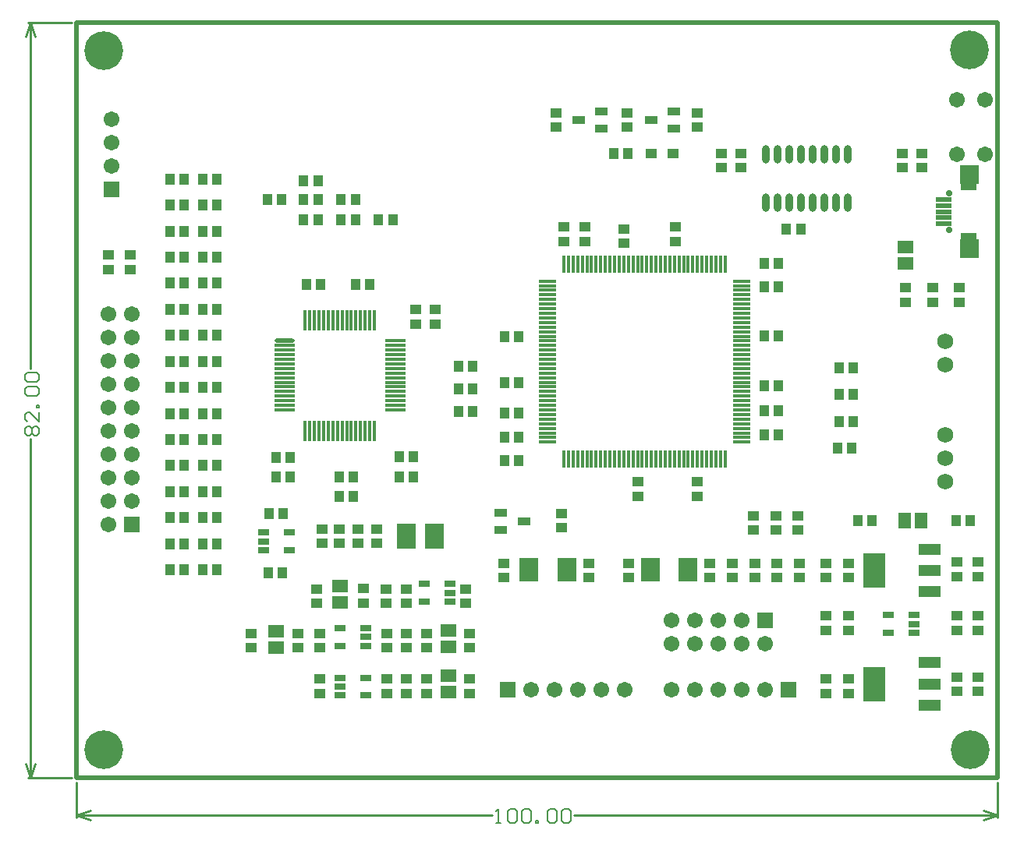
<source format=gts>
G04*
G04 #@! TF.GenerationSoftware,Altium Limited,Altium Designer,18.1.9 (240)*
G04*
G04 Layer_Color=8388736*
%FSLAX24Y24*%
%MOIN*%
G70*
G01*
G75*
%ADD15C,0.0100*%
%ADD17C,0.0200*%
%ADD18C,0.0060*%
%ADD21C,0.0050*%
%ADD44R,0.0466X0.0446*%
%ADD45R,0.0828X0.1025*%
%ADD46R,0.0946X0.0474*%
%ADD47R,0.0946X0.1458*%
%ADD48R,0.0513X0.0316*%
%ADD49O,0.0316X0.0789*%
%ADD50O,0.0749X0.0150*%
%ADD51O,0.0150X0.0749*%
%ADD52R,0.0167X0.0867*%
%ADD53R,0.0867X0.0167*%
%ADD54O,0.0867X0.0167*%
%ADD55C,0.0671*%
%ADD56R,0.0446X0.0466*%
%ADD57R,0.0572X0.0356*%
%ADD58R,0.0690X0.0237*%
%ADD59R,0.0828X0.0789*%
%ADD60R,0.0659X0.0537*%
%ADD61R,0.0474X0.0407*%
%ADD62R,0.0537X0.0659*%
%ADD63R,0.0789X0.1104*%
%ADD64C,0.0680*%
%ADD65R,0.0671X0.0671*%
%ADD66R,0.0671X0.0395*%
%ADD67C,0.0277*%
%ADD68R,0.0671X0.0671*%
%ADD69C,0.1655*%
D15*
X-2150Y600D02*
X-1950Y0D01*
X-1750Y600D01*
X-1950Y32283D02*
X-1750Y31683D01*
X-2150D02*
X-1950Y32283D01*
Y0D02*
Y14472D01*
Y17491D02*
Y32283D01*
X-2050Y0D02*
X-200D01*
X-2050Y32283D02*
X-200D01*
X0Y-1600D02*
X600Y-1400D01*
X0Y-1600D02*
X600Y-1800D01*
X38770D02*
X39370Y-1600D01*
X38770Y-1400D02*
X39370Y-1600D01*
X0D02*
X17766D01*
X21285D02*
X39370D01*
X0Y-1700D02*
Y-200D01*
X39370Y-1700D02*
Y-200D01*
D17*
X0Y0D02*
Y32283D01*
Y0D02*
X39370D01*
X0Y32283D02*
X39370D01*
Y0D02*
Y32283D01*
D18*
X-2090Y14632D02*
X-2190Y14732D01*
Y14932D01*
X-2090Y15032D01*
X-1990D01*
X-1890Y14932D01*
X-1790Y15032D01*
X-1690D01*
X-1590Y14932D01*
Y14732D01*
X-1690Y14632D01*
X-1790D01*
X-1890Y14732D01*
X-1990Y14632D01*
X-2090D01*
X-1890Y14732D02*
Y14932D01*
X-1590Y15632D02*
Y15232D01*
X-1990Y15632D01*
X-2090D01*
X-2190Y15532D01*
Y15332D01*
X-2090Y15232D01*
X-1590Y15832D02*
X-1690D01*
Y15932D01*
X-1590D01*
Y15832D01*
X-2090Y16332D02*
X-2190Y16432D01*
Y16632D01*
X-2090Y16731D01*
X-1690D01*
X-1590Y16632D01*
Y16432D01*
X-1690Y16332D01*
X-2090D01*
Y16931D02*
X-2190Y17031D01*
Y17231D01*
X-2090Y17331D01*
X-1690D01*
X-1590Y17231D01*
Y17031D01*
X-1690Y16931D01*
X-2090D01*
X17926Y-1960D02*
X18125D01*
X18026D01*
Y-1360D01*
X17926Y-1460D01*
X18425D02*
X18525Y-1360D01*
X18725D01*
X18825Y-1460D01*
Y-1860D01*
X18725Y-1960D01*
X18525D01*
X18425Y-1860D01*
Y-1460D01*
X19025D02*
X19125Y-1360D01*
X19325D01*
X19425Y-1460D01*
Y-1860D01*
X19325Y-1960D01*
X19125D01*
X19025Y-1860D01*
Y-1460D01*
X19625Y-1960D02*
Y-1860D01*
X19725D01*
Y-1960D01*
X19625D01*
X20125Y-1460D02*
X20225Y-1360D01*
X20425D01*
X20525Y-1460D01*
Y-1860D01*
X20425Y-1960D01*
X20225D01*
X20125Y-1860D01*
Y-1460D01*
X20725D02*
X20825Y-1360D01*
X21025D01*
X21125Y-1460D01*
Y-1860D01*
X21025Y-1960D01*
X20825D01*
X20725Y-1860D01*
Y-1460D01*
D21*
X38361Y25222D02*
Y25402D01*
X37921Y25222D02*
Y25402D01*
Y25222D02*
X38361D01*
X37921Y25402D02*
X38361D01*
Y22998D02*
Y23178D01*
X37921Y22998D02*
Y23178D01*
Y22998D02*
X38361D01*
X37921Y23178D02*
X38361D01*
D44*
X14110Y7453D02*
D03*
Y8059D02*
D03*
X12264Y7467D02*
D03*
Y8073D02*
D03*
X14110Y4205D02*
D03*
Y3599D02*
D03*
X13259Y4203D02*
D03*
Y3597D02*
D03*
X14960Y6161D02*
D03*
Y5554D02*
D03*
X13272Y6161D02*
D03*
Y5555D02*
D03*
X10409Y6161D02*
D03*
Y5554D02*
D03*
Y3597D02*
D03*
Y4203D02*
D03*
X38550Y6297D02*
D03*
Y6903D02*
D03*
X37650Y6297D02*
D03*
Y6903D02*
D03*
X33000Y6297D02*
D03*
Y6903D02*
D03*
X32050Y6297D02*
D03*
Y6903D02*
D03*
X11253Y10619D02*
D03*
Y10012D02*
D03*
X30900Y9155D02*
D03*
Y8548D02*
D03*
X23600Y8548D02*
D03*
Y9155D02*
D03*
X28991Y9155D02*
D03*
Y8548D02*
D03*
X29946Y9155D02*
D03*
Y8548D02*
D03*
X27082Y9155D02*
D03*
Y8548D02*
D03*
X28037Y9155D02*
D03*
Y8548D02*
D03*
X10503Y10619D02*
D03*
Y10012D02*
D03*
X20500Y28407D02*
D03*
Y27801D02*
D03*
X23550Y27801D02*
D03*
Y28407D02*
D03*
X26550Y28407D02*
D03*
Y27801D02*
D03*
X30850Y11191D02*
D03*
Y10585D02*
D03*
X36150Y26093D02*
D03*
Y26699D02*
D03*
X2306Y22338D02*
D03*
Y21731D02*
D03*
X36600Y20936D02*
D03*
Y20330D02*
D03*
X16650Y7453D02*
D03*
Y8059D02*
D03*
X10262Y7453D02*
D03*
Y8059D02*
D03*
X13237Y8059D02*
D03*
Y7453D02*
D03*
X33000Y9155D02*
D03*
Y8548D02*
D03*
X32050Y9155D02*
D03*
Y8548D02*
D03*
X37650Y8600D02*
D03*
Y9206D02*
D03*
X38550Y8600D02*
D03*
Y9206D02*
D03*
X33000Y3597D02*
D03*
Y4203D02*
D03*
X32050Y3597D02*
D03*
Y4203D02*
D03*
X37650Y3680D02*
D03*
Y4286D02*
D03*
X38550Y3680D02*
D03*
Y4286D02*
D03*
X16809Y4203D02*
D03*
Y3597D02*
D03*
X14960Y3597D02*
D03*
Y4203D02*
D03*
X16809Y5554D02*
D03*
Y6161D02*
D03*
X14110Y5554D02*
D03*
Y6161D02*
D03*
X9459Y6161D02*
D03*
Y5554D02*
D03*
X7459D02*
D03*
Y6161D02*
D03*
X37750Y20330D02*
D03*
Y20936D02*
D03*
X35450Y20936D02*
D03*
Y20330D02*
D03*
X27557Y26699D02*
D03*
Y26093D02*
D03*
X28407Y26699D02*
D03*
Y26093D02*
D03*
X20839Y23538D02*
D03*
Y22931D02*
D03*
X23400Y23454D02*
D03*
Y22847D02*
D03*
X24000Y12031D02*
D03*
Y12638D02*
D03*
X25600Y23538D02*
D03*
Y22931D02*
D03*
X26548Y12031D02*
D03*
Y12638D02*
D03*
X29900Y10591D02*
D03*
Y11197D02*
D03*
X28950Y10591D02*
D03*
Y11197D02*
D03*
X20750Y11291D02*
D03*
Y10685D02*
D03*
X21750Y23538D02*
D03*
Y22931D02*
D03*
X35300Y26093D02*
D03*
Y26699D02*
D03*
X21900Y8547D02*
D03*
Y9153D02*
D03*
X18264Y8548D02*
D03*
Y9155D02*
D03*
X12853Y10619D02*
D03*
Y10012D02*
D03*
X12053Y10619D02*
D03*
Y10012D02*
D03*
X15350Y19400D02*
D03*
Y20006D02*
D03*
X14500Y19400D02*
D03*
Y20006D02*
D03*
X1356Y21731D02*
D03*
Y22338D02*
D03*
D45*
X24536Y8888D02*
D03*
X26150D02*
D03*
X20964Y8888D02*
D03*
X19350D02*
D03*
D46*
X36481Y7944D02*
D03*
Y8850D02*
D03*
Y9756D02*
D03*
Y3094D02*
D03*
Y4000D02*
D03*
Y4906D02*
D03*
D47*
X34119Y8850D02*
D03*
Y4000D02*
D03*
D48*
X35801Y6190D02*
D03*
Y6564D02*
D03*
Y6938D02*
D03*
X34699D02*
D03*
Y6190D02*
D03*
X15961Y7526D02*
D03*
Y7900D02*
D03*
Y8274D02*
D03*
X14858D02*
D03*
Y7526D02*
D03*
X11266Y4260D02*
D03*
Y3886D02*
D03*
Y3512D02*
D03*
X12368D02*
D03*
Y4260D02*
D03*
Y5627D02*
D03*
Y6001D02*
D03*
Y6375D02*
D03*
X11266D02*
D03*
Y5627D02*
D03*
X7999Y10474D02*
D03*
Y10100D02*
D03*
Y9726D02*
D03*
X9101D02*
D03*
Y10474D02*
D03*
D49*
X29457Y24598D02*
D03*
X29957D02*
D03*
X30457D02*
D03*
X30957D02*
D03*
X31457D02*
D03*
X31957D02*
D03*
X32457D02*
D03*
X32957D02*
D03*
X29457Y26645D02*
D03*
X29957D02*
D03*
X30457D02*
D03*
X30957D02*
D03*
X31457D02*
D03*
X31957D02*
D03*
X32457D02*
D03*
X32957D02*
D03*
D50*
X20131Y14340D02*
D03*
Y14536D02*
D03*
Y14733D02*
D03*
Y14930D02*
D03*
Y15127D02*
D03*
Y15324D02*
D03*
Y15521D02*
D03*
Y15718D02*
D03*
Y15914D02*
D03*
Y16111D02*
D03*
Y16308D02*
D03*
Y16505D02*
D03*
Y16702D02*
D03*
Y16899D02*
D03*
Y17096D02*
D03*
Y17292D02*
D03*
Y17489D02*
D03*
Y17686D02*
D03*
Y17883D02*
D03*
Y18080D02*
D03*
Y18277D02*
D03*
Y18473D02*
D03*
Y18670D02*
D03*
Y18867D02*
D03*
Y19064D02*
D03*
Y19261D02*
D03*
Y19458D02*
D03*
Y19655D02*
D03*
Y19851D02*
D03*
Y20048D02*
D03*
Y20245D02*
D03*
Y20442D02*
D03*
Y20639D02*
D03*
Y20836D02*
D03*
Y21033D02*
D03*
Y21229D02*
D03*
X28438D02*
D03*
Y21033D02*
D03*
Y20836D02*
D03*
Y20639D02*
D03*
Y20442D02*
D03*
Y20245D02*
D03*
Y20048D02*
D03*
Y19851D02*
D03*
Y19655D02*
D03*
Y19458D02*
D03*
Y19261D02*
D03*
Y19064D02*
D03*
Y18867D02*
D03*
Y18670D02*
D03*
Y18473D02*
D03*
Y18277D02*
D03*
Y18080D02*
D03*
Y17883D02*
D03*
Y17686D02*
D03*
Y17489D02*
D03*
Y17292D02*
D03*
Y17096D02*
D03*
Y16899D02*
D03*
Y16702D02*
D03*
Y16505D02*
D03*
Y16308D02*
D03*
Y16111D02*
D03*
Y15914D02*
D03*
Y15718D02*
D03*
Y15521D02*
D03*
Y15324D02*
D03*
Y15127D02*
D03*
Y14930D02*
D03*
Y14733D02*
D03*
Y14536D02*
D03*
Y14340D02*
D03*
D51*
X20839Y21938D02*
D03*
X21036D02*
D03*
X21233D02*
D03*
X21430D02*
D03*
X21627D02*
D03*
X21824D02*
D03*
X22020D02*
D03*
X22217D02*
D03*
X22414D02*
D03*
X22611D02*
D03*
X22808D02*
D03*
X23005D02*
D03*
X23202D02*
D03*
X23398D02*
D03*
X23595D02*
D03*
X23792D02*
D03*
X23989D02*
D03*
X24186D02*
D03*
X24383D02*
D03*
X24580D02*
D03*
X24776D02*
D03*
X24973D02*
D03*
X25170D02*
D03*
X25367D02*
D03*
X25564D02*
D03*
X25761D02*
D03*
X25957D02*
D03*
X26154D02*
D03*
X26351D02*
D03*
X26548D02*
D03*
X26745D02*
D03*
X26942D02*
D03*
X27139D02*
D03*
X27335D02*
D03*
X27532D02*
D03*
X27729D02*
D03*
Y13631D02*
D03*
X27532D02*
D03*
X27335D02*
D03*
X27139D02*
D03*
X26942D02*
D03*
X26745D02*
D03*
X26548D02*
D03*
X26351D02*
D03*
X26154D02*
D03*
X25957D02*
D03*
X25761D02*
D03*
X25564D02*
D03*
X25367D02*
D03*
X25170D02*
D03*
X24973D02*
D03*
X24776D02*
D03*
X24580D02*
D03*
X24383D02*
D03*
X24186D02*
D03*
X23989D02*
D03*
X23792D02*
D03*
X23595D02*
D03*
X23398D02*
D03*
X23202D02*
D03*
X23005D02*
D03*
X22808D02*
D03*
X22611D02*
D03*
X22414D02*
D03*
X22217D02*
D03*
X22020D02*
D03*
X21824D02*
D03*
X21627D02*
D03*
X21430D02*
D03*
X21233D02*
D03*
X21036D02*
D03*
X20839D02*
D03*
D52*
X9784Y19558D02*
D03*
X9981D02*
D03*
X10178D02*
D03*
X10374D02*
D03*
X10571D02*
D03*
X10768D02*
D03*
X10965D02*
D03*
X11162D02*
D03*
X11359D02*
D03*
X11556D02*
D03*
X11752D02*
D03*
X11949D02*
D03*
X12146D02*
D03*
X12343D02*
D03*
X12540D02*
D03*
X12737D02*
D03*
Y14833D02*
D03*
X12540D02*
D03*
X12343D02*
D03*
X12146D02*
D03*
X11949D02*
D03*
X11752D02*
D03*
X11556D02*
D03*
X11359D02*
D03*
X11162D02*
D03*
X10965D02*
D03*
X10768D02*
D03*
X10571D02*
D03*
X10374D02*
D03*
X10178D02*
D03*
X9981D02*
D03*
X9784D02*
D03*
D53*
X13622Y18672D02*
D03*
Y18475D02*
D03*
Y18278D02*
D03*
Y18081D02*
D03*
Y17885D02*
D03*
Y17688D02*
D03*
Y17491D02*
D03*
Y17294D02*
D03*
Y17097D02*
D03*
Y16900D02*
D03*
Y16703D02*
D03*
Y16507D02*
D03*
Y16310D02*
D03*
Y16113D02*
D03*
Y15916D02*
D03*
Y15719D02*
D03*
X8898D02*
D03*
Y15916D02*
D03*
Y16113D02*
D03*
Y16310D02*
D03*
Y16507D02*
D03*
Y16703D02*
D03*
Y16900D02*
D03*
Y17097D02*
D03*
Y17294D02*
D03*
Y17491D02*
D03*
Y17688D02*
D03*
Y17885D02*
D03*
Y18081D02*
D03*
Y18278D02*
D03*
Y18475D02*
D03*
D54*
Y18672D02*
D03*
D55*
X37650Y26638D02*
D03*
X38831D02*
D03*
X37650Y29000D02*
D03*
X38831D02*
D03*
X29434Y5704D02*
D03*
X28434Y6704D02*
D03*
Y5704D02*
D03*
X27434Y6704D02*
D03*
Y5704D02*
D03*
X26434Y6704D02*
D03*
Y5704D02*
D03*
X25434Y6704D02*
D03*
Y5704D02*
D03*
X25450Y3750D02*
D03*
X26450D02*
D03*
X27450D02*
D03*
X28450D02*
D03*
X29450D02*
D03*
X23450D02*
D03*
X22450D02*
D03*
X21450D02*
D03*
X20450D02*
D03*
X19450D02*
D03*
X1500Y26150D02*
D03*
Y27150D02*
D03*
Y28150D02*
D03*
X1356Y19833D02*
D03*
X2356D02*
D03*
X1356Y18833D02*
D03*
X2356D02*
D03*
X1356Y17833D02*
D03*
X2356D02*
D03*
X1356Y16833D02*
D03*
X2356D02*
D03*
X1356Y15833D02*
D03*
X2356D02*
D03*
X1356Y14833D02*
D03*
X2356D02*
D03*
X1356Y13833D02*
D03*
X2356D02*
D03*
X1356Y12833D02*
D03*
X2356D02*
D03*
X1356Y11833D02*
D03*
X2356D02*
D03*
X1356Y10833D02*
D03*
D56*
X22972Y26689D02*
D03*
X23578D02*
D03*
X30003Y15688D02*
D03*
X29397D02*
D03*
X18297Y15590D02*
D03*
X18903D02*
D03*
X33394Y10997D02*
D03*
X34000D02*
D03*
X32547Y14083D02*
D03*
X33153D02*
D03*
X32597Y17530D02*
D03*
X33203D02*
D03*
X18294Y14536D02*
D03*
X18900D02*
D03*
X3996Y23362D02*
D03*
X4602D02*
D03*
X3996Y24476D02*
D03*
X4602D02*
D03*
X3996Y22249D02*
D03*
X4602D02*
D03*
X3996Y21135D02*
D03*
X4602D02*
D03*
X3996Y18907D02*
D03*
X4602D02*
D03*
X3996Y20021D02*
D03*
X4602D02*
D03*
X3996Y17794D02*
D03*
X4602D02*
D03*
X16344Y16625D02*
D03*
X16950D02*
D03*
X3996Y16680D02*
D03*
X4602D02*
D03*
X3996Y14452D02*
D03*
X4602D02*
D03*
X16950Y17600D02*
D03*
X16344D02*
D03*
X3996Y15566D02*
D03*
X4602D02*
D03*
X3996Y13338D02*
D03*
X4602D02*
D03*
X3996Y12225D02*
D03*
X4602D02*
D03*
X3996Y9997D02*
D03*
X4602D02*
D03*
X3996Y11111D02*
D03*
X4602D02*
D03*
X3996Y8883D02*
D03*
X4602D02*
D03*
X8165Y24706D02*
D03*
X8771D02*
D03*
X13527Y23839D02*
D03*
X12920D02*
D03*
X10321D02*
D03*
X9715D02*
D03*
X9715Y24706D02*
D03*
X10321D02*
D03*
X16344Y15650D02*
D03*
X16950D02*
D03*
X33203Y15232D02*
D03*
X32597D02*
D03*
X33203Y16381D02*
D03*
X32597D02*
D03*
X38200Y11000D02*
D03*
X37594D02*
D03*
X30350Y23454D02*
D03*
X30957D02*
D03*
X30003Y20985D02*
D03*
X29397D02*
D03*
X30003Y16751D02*
D03*
X29397D02*
D03*
X30003Y18868D02*
D03*
X29397D02*
D03*
X30003Y14635D02*
D03*
X29397D02*
D03*
X18294Y13550D02*
D03*
X18900D02*
D03*
X18297Y16899D02*
D03*
X18903D02*
D03*
X18297Y18867D02*
D03*
X18903D02*
D03*
X30003Y21975D02*
D03*
X29397D02*
D03*
X5393Y25590D02*
D03*
X5999D02*
D03*
X5393Y23362D02*
D03*
X5999D02*
D03*
X5999Y24476D02*
D03*
X5393D02*
D03*
X5999Y22249D02*
D03*
X5393D02*
D03*
X8247Y11300D02*
D03*
X8853D02*
D03*
X5393Y21135D02*
D03*
X5999D02*
D03*
X5393Y18907D02*
D03*
X5999D02*
D03*
X5999Y20021D02*
D03*
X5393D02*
D03*
X5999Y17794D02*
D03*
X5393D02*
D03*
X5393Y16680D02*
D03*
X5999D02*
D03*
X5393Y14452D02*
D03*
X5999D02*
D03*
X8197Y8750D02*
D03*
X8803D02*
D03*
X5999Y15566D02*
D03*
X5393D02*
D03*
X5999Y13338D02*
D03*
X5393D02*
D03*
X5393Y12225D02*
D03*
X5999D02*
D03*
X5393Y9997D02*
D03*
X5999D02*
D03*
X5999Y11111D02*
D03*
X5393D02*
D03*
X5999Y8883D02*
D03*
X5393D02*
D03*
X13796Y13733D02*
D03*
X14402D02*
D03*
X13799Y12853D02*
D03*
X14406D02*
D03*
X9153Y13700D02*
D03*
X8547D02*
D03*
X9153Y12853D02*
D03*
X8547D02*
D03*
X9715Y25518D02*
D03*
X10321D02*
D03*
X11318Y24706D02*
D03*
X11924D02*
D03*
X11318Y23839D02*
D03*
X11924D02*
D03*
X10453Y21100D02*
D03*
X9847D02*
D03*
X11947D02*
D03*
X12553D02*
D03*
X11247Y12851D02*
D03*
X11853D02*
D03*
X11244Y12005D02*
D03*
X11850D02*
D03*
X3996Y25590D02*
D03*
X4602D02*
D03*
D57*
X22450Y27749D02*
D03*
Y28497D02*
D03*
X21466Y28123D02*
D03*
X25542Y27749D02*
D03*
Y28497D02*
D03*
X24558Y28123D02*
D03*
X18138Y11324D02*
D03*
Y10576D02*
D03*
X19122Y10950D02*
D03*
D58*
X37084Y23944D02*
D03*
Y24200D02*
D03*
Y23688D02*
D03*
Y24712D02*
D03*
Y24456D02*
D03*
D59*
X38167Y25794D02*
D03*
Y22606D02*
D03*
D60*
X11275Y7498D02*
D03*
Y8199D02*
D03*
X15906Y4343D02*
D03*
Y3642D02*
D03*
Y6300D02*
D03*
Y5600D02*
D03*
X8522Y6251D02*
D03*
Y5550D02*
D03*
X35450Y21999D02*
D03*
Y22700D02*
D03*
D61*
X24585Y26700D02*
D03*
X25515D02*
D03*
D62*
X36100Y10997D02*
D03*
X35399D02*
D03*
D63*
X14109Y10332D02*
D03*
X15291D02*
D03*
D64*
X37150Y12650D02*
D03*
Y13650D02*
D03*
Y14650D02*
D03*
Y17650D02*
D03*
Y18650D02*
D03*
D65*
X29434Y6704D02*
D03*
X30450Y3750D02*
D03*
X18450D02*
D03*
D66*
X38147Y25312D02*
D03*
Y23088D02*
D03*
D67*
X37300Y23413D02*
D03*
Y24987D02*
D03*
D68*
X1500Y25150D02*
D03*
X2356Y10833D02*
D03*
D69*
X1181Y31069D02*
D03*
X38169Y31119D02*
D03*
X38219Y1181D02*
D03*
X1181D02*
D03*
M02*

</source>
